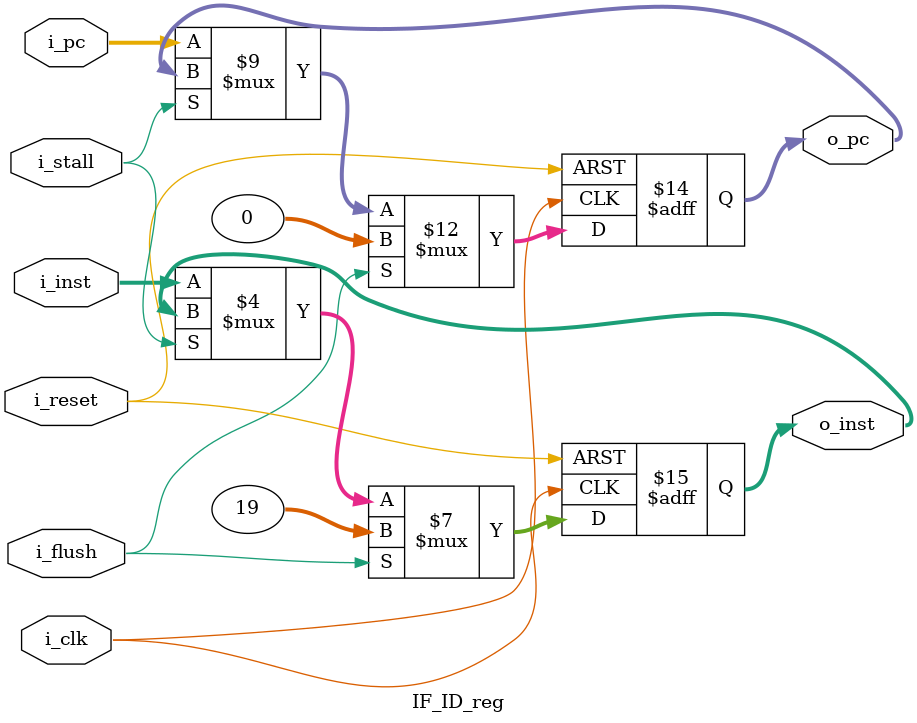
<source format=sv>
module IF_ID_reg(
    input wire        i_clk,    // Clock
    input wire        i_reset,  // Active-low reset
    input wire        i_stall,  // Stall signal (0 = update, 1 = hold)
    input wire        i_flush,  // Flush signal (0 = normal, 1 = clear)
    
    input wire [31:0] i_pc,     // Incoming PC value
    output reg [31:0] o_pc,     // Latched PC output
    
    input wire [31:0] i_inst,   // Incoming instruction
    output reg [31:0] o_inst    // Latched instruction output
);
    always @(posedge i_clk or negedge i_reset) begin
        if (!i_reset) begin          
            o_pc     <= 32'b0;
            o_inst   <= 32'h13; // NOP instruction
        end 
        else if(i_flush) begin
            o_pc     <= 32'b0;
            o_inst   <= 32'h13; // NOP instruction
        end
        else if(!i_stall) begin
            o_pc     <= i_pc;
            o_inst   <= i_inst;
        end
    end
endmodule
</source>
